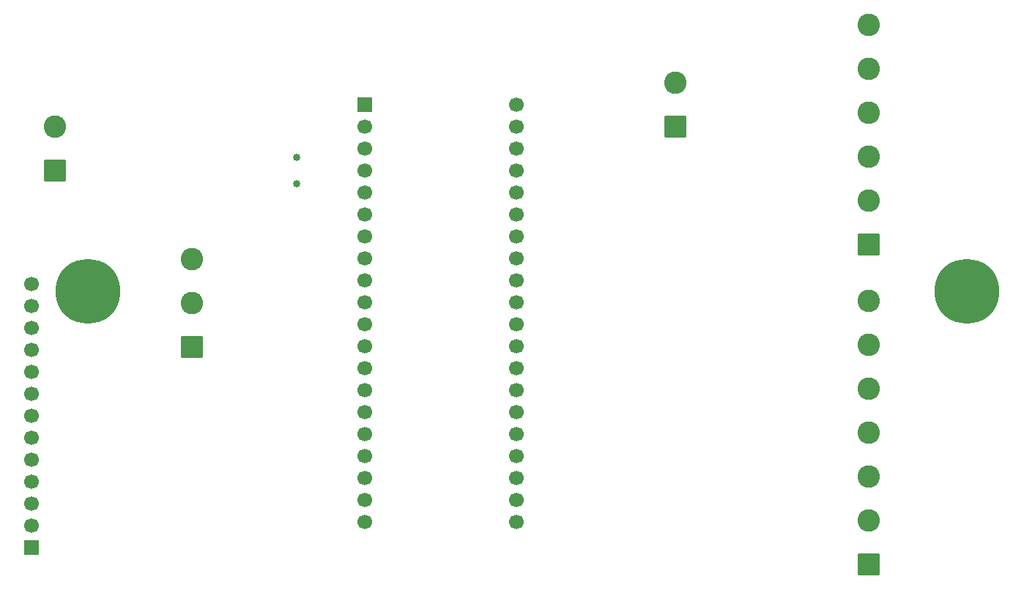
<source format=gbr>
%TF.GenerationSoftware,KiCad,Pcbnew,9.0.7*%
%TF.CreationDate,2026-02-19T13:23:01-05:00*%
%TF.ProjectId,low volt board - NL  S-3C-v2,6c6f7720-766f-46c7-9420-626f61726420,rev?*%
%TF.SameCoordinates,Original*%
%TF.FileFunction,Soldermask,Bot*%
%TF.FilePolarity,Negative*%
%FSLAX46Y46*%
G04 Gerber Fmt 4.6, Leading zero omitted, Abs format (unit mm)*
G04 Created by KiCad (PCBNEW 9.0.7) date 2026-02-19 13:23:01*
%MOMM*%
%LPD*%
G01*
G04 APERTURE LIST*
G04 Aperture macros list*
%AMRoundRect*
0 Rectangle with rounded corners*
0 $1 Rounding radius*
0 $2 $3 $4 $5 $6 $7 $8 $9 X,Y pos of 4 corners*
0 Add a 4 corners polygon primitive as box body*
4,1,4,$2,$3,$4,$5,$6,$7,$8,$9,$2,$3,0*
0 Add four circle primitives for the rounded corners*
1,1,$1+$1,$2,$3*
1,1,$1+$1,$4,$5*
1,1,$1+$1,$6,$7*
1,1,$1+$1,$8,$9*
0 Add four rect primitives between the rounded corners*
20,1,$1+$1,$2,$3,$4,$5,0*
20,1,$1+$1,$4,$5,$6,$7,0*
20,1,$1+$1,$6,$7,$8,$9,0*
20,1,$1+$1,$8,$9,$2,$3,0*%
G04 Aperture macros list end*
%ADD10RoundRect,0.250000X1.050000X-1.050000X1.050000X1.050000X-1.050000X1.050000X-1.050000X-1.050000X0*%
%ADD11C,2.600000*%
%ADD12C,7.500000*%
%ADD13C,0.850000*%
%ADD14R,1.700000X1.700000*%
%ADD15C,1.700000*%
G04 APERTURE END LIST*
D10*
%TO.C,J6*%
X60960000Y-58420000D03*
D11*
X60960000Y-53340000D03*
%TD*%
D12*
%TO.C,H1*%
X64770000Y-72390000D03*
%TD*%
D10*
%TO.C,J4*%
X76750000Y-78830000D03*
D11*
X76750000Y-73750000D03*
X76750000Y-68670000D03*
%TD*%
D10*
%TO.C,J8*%
X132672500Y-53295000D03*
D11*
X132672500Y-48215000D03*
%TD*%
D13*
%TO.C,SW1*%
X88900000Y-59920000D03*
X88900000Y-56920000D03*
%TD*%
D10*
%TO.C,J5*%
X155000000Y-103995000D03*
D11*
X155000000Y-98915000D03*
X155000000Y-93835000D03*
X155000000Y-88755000D03*
X155000000Y-83675000D03*
X155000000Y-78595000D03*
X155000000Y-73515000D03*
%TD*%
D14*
%TO.C,J1*%
X96760000Y-50800000D03*
D15*
X96760000Y-53340000D03*
X96760000Y-55880000D03*
X96760000Y-58420000D03*
X96760000Y-60960000D03*
X96760000Y-63500000D03*
X96760000Y-66040000D03*
X96760000Y-68580000D03*
X96760000Y-71120000D03*
X96760000Y-73660000D03*
X96760000Y-76200000D03*
X96760000Y-78740000D03*
X96760000Y-81280000D03*
X96760000Y-83820000D03*
X96760000Y-86360000D03*
X96760000Y-88900000D03*
X96760000Y-91440000D03*
X96760000Y-93980000D03*
X96760000Y-96520000D03*
X96760000Y-99060000D03*
X114300000Y-99060000D03*
X114300000Y-96520000D03*
X114300000Y-93980000D03*
X114300000Y-91440000D03*
X114300000Y-88900000D03*
X114300000Y-86360000D03*
X114300000Y-83820000D03*
X114300000Y-81280000D03*
X114300000Y-78740000D03*
X114300000Y-76200000D03*
X114300000Y-73660000D03*
X114300000Y-71120000D03*
X114300000Y-68580000D03*
X114300000Y-66040000D03*
X114300000Y-63500000D03*
X114300000Y-60960000D03*
X114300000Y-58420000D03*
X114300000Y-55880000D03*
X114300000Y-53340000D03*
X114300000Y-50800000D03*
%TD*%
D10*
%TO.C,J3*%
X155000000Y-67000000D03*
D11*
X155000000Y-61920000D03*
X155000000Y-56840000D03*
X155000000Y-51760000D03*
X155000000Y-46680000D03*
X155000000Y-41600000D03*
%TD*%
D14*
%TO.C,J2*%
X58250000Y-101985000D03*
D15*
X58250000Y-99445000D03*
X58250000Y-96905000D03*
X58250000Y-94365000D03*
X58250000Y-91825000D03*
X58250000Y-89285000D03*
X58250000Y-86745000D03*
X58250000Y-84205000D03*
X58250000Y-81665000D03*
X58250000Y-79125000D03*
X58250000Y-76585000D03*
X58250000Y-74045000D03*
X58250000Y-71505000D03*
%TD*%
D12*
%TO.C,H2*%
X166370000Y-72390000D03*
%TD*%
M02*

</source>
